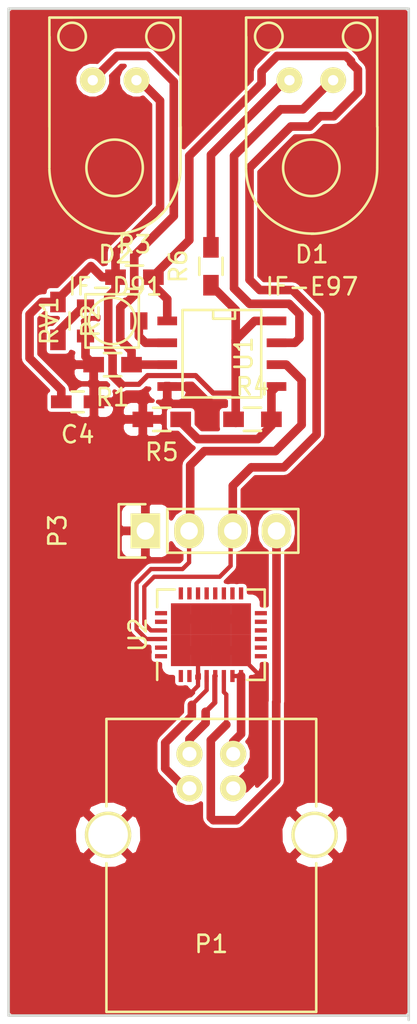
<source format=kicad_pcb>
(kicad_pcb (version 4) (host pcbnew 4.0.2-stable)

  (general
    (links 42)
    (no_connects 2)
    (area 83.5 70.25 107.750001 129.750001)
    (thickness 1.6)
    (drawings 5)
    (tracks 183)
    (zones 0)
    (modules 14)
    (nets 34)
  )

  (page A4)
  (layers
    (0 F.Cu signal)
    (31 B.Cu signal)
    (32 B.Adhes user)
    (33 F.Adhes user)
    (34 B.Paste user)
    (35 F.Paste user)
    (36 B.SilkS user)
    (37 F.SilkS user)
    (38 B.Mask user)
    (39 F.Mask user)
    (40 Dwgs.User user)
    (41 Cmts.User user)
    (42 Eco1.User user)
    (43 Eco2.User user)
    (44 Edge.Cuts user)
    (45 Margin user)
    (46 B.CrtYd user)
    (47 F.CrtYd user)
    (48 B.Fab user)
    (49 F.Fab user)
  )

  (setup
    (last_trace_width 0.5)
    (user_trace_width 0.3)
    (user_trace_width 0.5)
    (trace_clearance 0.2)
    (zone_clearance 0)
    (zone_45_only no)
    (trace_min 0.2)
    (segment_width 0.2)
    (edge_width 0.15)
    (via_size 0.6)
    (via_drill 0.4)
    (via_min_size 0.4)
    (via_min_drill 0.3)
    (uvia_size 0.3)
    (uvia_drill 0.1)
    (uvias_allowed no)
    (uvia_min_size 0.2)
    (uvia_min_drill 0.1)
    (pcb_text_width 0.3)
    (pcb_text_size 1.5 1.5)
    (mod_edge_width 0.15)
    (mod_text_size 1 1)
    (mod_text_width 0.15)
    (pad_size 1.5 1.5)
    (pad_drill 0.6)
    (pad_to_mask_clearance 0.2)
    (aux_axis_origin 0 0)
    (visible_elements 7FFFFFFF)
    (pcbplotparams
      (layerselection 0x00030_80000001)
      (usegerberextensions false)
      (excludeedgelayer true)
      (linewidth 0.100000)
      (plotframeref false)
      (viasonmask false)
      (mode 1)
      (useauxorigin false)
      (hpglpennumber 1)
      (hpglpenspeed 20)
      (hpglpendiameter 15)
      (hpglpenoverlay 2)
      (psnegative false)
      (psa4output false)
      (plotreference true)
      (plotvalue true)
      (plotinvisibletext false)
      (padsonsilk false)
      (subtractmaskfromsilk false)
      (outputformat 1)
      (mirror false)
      (drillshape 1)
      (scaleselection 1)
      (outputdirectory ""))
  )

  (net 0 "")
  (net 1 /GND)
  (net 2 /VCC)
  (net 3 "Net-(D1-Pad1)")
  (net 4 "Net-(D1-Pad2)")
  (net 5 "Net-(D2-Pad1)")
  (net 6 /RX)
  (net 7 /TX)
  (net 8 "Net-(R2-Pad2)")
  (net 9 "Net-(R4-Pad2)")
  (net 10 "Net-(RV1-Pad2)")
  (net 11 /D-)
  (net 12 /D+)
  (net 13 /RST)
  (net 14 /SUSP1)
  (net 15 /DCD)
  (net 16 /RI)
  (net 17 /SUSP2)
  (net 18 /CTS)
  (net 19 /RTS)
  (net 20 /DSR)
  (net 21 /DTR)
  (net 22 /Vdd)
  (net 23 "Net-(U2-Pad10)")
  (net 24 "Net-(U2-Pad13)")
  (net 25 "Net-(U2-Pad14)")
  (net 26 "Net-(U2-Pad15)")
  (net 27 "Net-(U2-Pad16)")
  (net 28 "Net-(U2-Pad17)")
  (net 29 "Net-(U2-Pad18)")
  (net 30 "Net-(U2-Pad19)")
  (net 31 "Net-(U2-Pad20)")
  (net 32 "Net-(U2-Pad21)")
  (net 33 "Net-(U2-Pad22)")

  (net_class Default "This is the default net class."
    (clearance 0.2)
    (trace_width 0.25)
    (via_dia 0.6)
    (via_drill 0.4)
    (uvia_dia 0.3)
    (uvia_drill 0.1)
    (add_net /CTS)
    (add_net /D+)
    (add_net /D-)
    (add_net /DCD)
    (add_net /DSR)
    (add_net /DTR)
    (add_net /GND)
    (add_net /RI)
    (add_net /RST)
    (add_net /RTS)
    (add_net /RX)
    (add_net /SUSP1)
    (add_net /SUSP2)
    (add_net /TX)
    (add_net /VCC)
    (add_net /Vdd)
    (add_net "Net-(D1-Pad1)")
    (add_net "Net-(D1-Pad2)")
    (add_net "Net-(D2-Pad1)")
    (add_net "Net-(R2-Pad2)")
    (add_net "Net-(R4-Pad2)")
    (add_net "Net-(RV1-Pad2)")
    (add_net "Net-(U2-Pad10)")
    (add_net "Net-(U2-Pad13)")
    (add_net "Net-(U2-Pad14)")
    (add_net "Net-(U2-Pad15)")
    (add_net "Net-(U2-Pad16)")
    (add_net "Net-(U2-Pad17)")
    (add_net "Net-(U2-Pad18)")
    (add_net "Net-(U2-Pad19)")
    (add_net "Net-(U2-Pad20)")
    (add_net "Net-(U2-Pad21)")
    (add_net "Net-(U2-Pad22)")
  )

  (net_class Test ""
    (clearance 0.3)
    (trace_width 0.5)
    (via_dia 0.6)
    (via_drill 0.4)
    (uvia_dia 0.3)
    (uvia_drill 0.1)
  )

  (module Capacitors_SMD:C_0603_HandSoldering (layer F.Cu) (tedit 541A9B4D) (tstamp 570519D7)
    (at 88.011 93.59392 180)
    (descr "Capacitor SMD 0603, hand soldering")
    (tags "capacitor 0603")
    (path /5705332F)
    (attr smd)
    (fp_text reference C4 (at 0 -1.9 180) (layer F.SilkS)
      (effects (font (size 1 1) (thickness 0.15)))
    )
    (fp_text value C (at 0 1.9 180) (layer F.Fab)
      (effects (font (size 1 1) (thickness 0.15)))
    )
    (fp_line (start -1.85 -0.75) (end 1.85 -0.75) (layer F.CrtYd) (width 0.05))
    (fp_line (start -1.85 0.75) (end 1.85 0.75) (layer F.CrtYd) (width 0.05))
    (fp_line (start -1.85 -0.75) (end -1.85 0.75) (layer F.CrtYd) (width 0.05))
    (fp_line (start 1.85 -0.75) (end 1.85 0.75) (layer F.CrtYd) (width 0.05))
    (fp_line (start -0.35 -0.6) (end 0.35 -0.6) (layer F.SilkS) (width 0.15))
    (fp_line (start 0.35 0.6) (end -0.35 0.6) (layer F.SilkS) (width 0.15))
    (pad 1 smd rect (at -0.95 0 180) (size 1.2 0.75) (layers F.Cu F.Paste F.Mask)
      (net 1 /GND))
    (pad 2 smd rect (at 0.95 0 180) (size 1.2 0.75) (layers F.Cu F.Paste F.Mask)
      (net 2 /VCC))
    (model Capacitors_SMD.3dshapes/C_0603_HandSoldering.wrl
      (at (xyz 0 0 0))
      (scale (xyz 1 1 1))
      (rotate (xyz 0 0 0))
    )
  )

  (module hw:IF-E97 (layer F.Cu) (tedit 57051B85) (tstamp 570519E9)
    (at 101.6 80.01)
    (path /57029DC9)
    (fp_text reference D1 (at 0.02 5.02) (layer F.SilkS)
      (effects (font (size 1 1) (thickness 0.15)))
    )
    (fp_text value IF-E97 (at 0.03 6.89) (layer F.SilkS)
      (effects (font (size 1 1) (thickness 0.15)))
    )
    (fp_arc (start 0.03 -0.02) (end 0.12 3.81) (angle 90) (layer F.SilkS) (width 0.15))
    (fp_arc (start -0.01 -0.01) (end 3.82 -0.01) (angle 90) (layer F.SilkS) (width 0.15))
    (fp_line (start 3.83 -2.4) (end 3.82 -0.02) (layer F.SilkS) (width 0.15))
    (fp_circle (center -0.01 -0.01) (end 0 1.63) (layer F.SilkS) (width 0.15))
    (fp_line (start -3.79 -7.63) (end -3.8 -0.01) (layer F.SilkS) (width 0.15))
    (fp_line (start -3.79 -8.74) (end -2.46 -8.74) (layer F.SilkS) (width 0.15))
    (fp_circle (center 2.63 -7.64) (end 2.63 -6.84) (layer F.SilkS) (width 0.15))
    (fp_circle (center -2.48 -7.64) (end -2.49 -6.84) (layer F.SilkS) (width 0.15))
    (fp_line (start 3.82 -2.39) (end 3.82 -8.74) (layer F.SilkS) (width 0.15))
    (fp_line (start -3.8 -2.39) (end -3.8 -8.74) (layer F.SilkS) (width 0.15))
    (fp_line (start -3.8 -8.74) (end 3.82 -8.74) (layer F.SilkS) (width 0.15))
    (pad 1 thru_hole circle (at -1.28 -5.1) (size 1.5 1.5) (drill 0.6) (layers *.Mask F.Cu F.SilkS)
      (net 3 "Net-(D1-Pad1)"))
    (pad 2 thru_hole circle (at 1.26 -5.1) (size 1.5 1.5) (drill 0.6) (layers *.Mask F.Cu F.SilkS)
      (net 4 "Net-(D1-Pad2)"))
  )

  (module hw:IF-D91 (layer F.Cu) (tedit 57051B7E) (tstamp 570519EF)
    (at 90.17 80.01)
    (path /57029E87)
    (fp_text reference D2 (at 0.02 5.02) (layer F.SilkS)
      (effects (font (size 1 1) (thickness 0.15)))
    )
    (fp_text value IF-D91 (at 0.03 6.89) (layer F.SilkS)
      (effects (font (size 1 1) (thickness 0.15)))
    )
    (fp_arc (start 0.03 -0.02) (end 0.12 3.81) (angle 90) (layer F.SilkS) (width 0.15))
    (fp_arc (start -0.01 -0.01) (end 3.82 -0.01) (angle 90) (layer F.SilkS) (width 0.15))
    (fp_line (start 3.83 -2.4) (end 3.82 -0.02) (layer F.SilkS) (width 0.15))
    (fp_circle (center -0.01 -0.01) (end 0 1.63) (layer F.SilkS) (width 0.15))
    (fp_line (start -3.79 -7.63) (end -3.8 -0.01) (layer F.SilkS) (width 0.15))
    (fp_line (start -3.79 -8.74) (end -2.46 -8.74) (layer F.SilkS) (width 0.15))
    (fp_circle (center 2.63 -7.64) (end 2.63 -6.84) (layer F.SilkS) (width 0.15))
    (fp_circle (center -2.48 -7.64) (end -2.49 -6.84) (layer F.SilkS) (width 0.15))
    (fp_line (start 3.82 -2.39) (end 3.82 -8.74) (layer F.SilkS) (width 0.15))
    (fp_line (start -3.8 -2.39) (end -3.8 -8.74) (layer F.SilkS) (width 0.15))
    (fp_line (start -3.8 -8.74) (end 3.82 -8.74) (layer F.SilkS) (width 0.15))
    (pad 1 thru_hole circle (at -1.28 -5.1) (size 1.5 1.5) (drill 0.6) (layers *.Mask F.Cu F.SilkS)
      (net 5 "Net-(D2-Pad1)"))
    (pad 2 thru_hole circle (at 1.26 -5.1) (size 1.5 1.5) (drill 0.6) (layers *.Mask F.Cu F.SilkS)
      (net 2 /VCC))
  )

  (module Resistors_SMD:R_0603_HandSoldering (layer F.Cu) (tedit 5418A00F) (tstamp 57051A36)
    (at 90.043 91.43492 180)
    (descr "Resistor SMD 0603, hand soldering")
    (tags "resistor 0603")
    (path /57025223)
    (attr smd)
    (fp_text reference R1 (at 0 -1.9 180) (layer F.SilkS)
      (effects (font (size 1 1) (thickness 0.15)))
    )
    (fp_text value 100k (at 0 1.9 180) (layer F.Fab)
      (effects (font (size 1 1) (thickness 0.15)))
    )
    (fp_line (start -2 -0.8) (end 2 -0.8) (layer F.CrtYd) (width 0.05))
    (fp_line (start -2 0.8) (end 2 0.8) (layer F.CrtYd) (width 0.05))
    (fp_line (start -2 -0.8) (end -2 0.8) (layer F.CrtYd) (width 0.05))
    (fp_line (start 2 -0.8) (end 2 0.8) (layer F.CrtYd) (width 0.05))
    (fp_line (start 0.5 0.675) (end -0.5 0.675) (layer F.SilkS) (width 0.15))
    (fp_line (start -0.5 -0.675) (end 0.5 -0.675) (layer F.SilkS) (width 0.15))
    (pad 1 smd rect (at -1.1 0 180) (size 1.2 0.9) (layers F.Cu F.Paste F.Mask)
      (net 5 "Net-(D2-Pad1)"))
    (pad 2 smd rect (at 1.1 0 180) (size 1.2 0.9) (layers F.Cu F.Paste F.Mask)
      (net 1 /GND))
    (model Resistors_SMD.3dshapes/R_0603_HandSoldering.wrl
      (at (xyz 0 0 0))
      (scale (xyz 1 1 1))
      (rotate (xyz 0 0 0))
    )
  )

  (module Resistors_SMD:R_0603_HandSoldering (layer F.Cu) (tedit 5418A00F) (tstamp 57051A3C)
    (at 86.868 88.89492 270)
    (descr "Resistor SMD 0603, hand soldering")
    (tags "resistor 0603")
    (path /57025332)
    (attr smd)
    (fp_text reference R2 (at 0 -1.9 270) (layer F.SilkS)
      (effects (font (size 1 1) (thickness 0.15)))
    )
    (fp_text value 47k (at 0 1.9 270) (layer F.Fab)
      (effects (font (size 1 1) (thickness 0.15)))
    )
    (fp_line (start -2 -0.8) (end 2 -0.8) (layer F.CrtYd) (width 0.05))
    (fp_line (start -2 0.8) (end 2 0.8) (layer F.CrtYd) (width 0.05))
    (fp_line (start -2 -0.8) (end -2 0.8) (layer F.CrtYd) (width 0.05))
    (fp_line (start 2 -0.8) (end 2 0.8) (layer F.CrtYd) (width 0.05))
    (fp_line (start 0.5 0.675) (end -0.5 0.675) (layer F.SilkS) (width 0.15))
    (fp_line (start -0.5 -0.675) (end 0.5 -0.675) (layer F.SilkS) (width 0.15))
    (pad 1 smd rect (at -1.1 0 270) (size 1.2 0.9) (layers F.Cu F.Paste F.Mask)
      (net 2 /VCC))
    (pad 2 smd rect (at 1.1 0 270) (size 1.2 0.9) (layers F.Cu F.Paste F.Mask)
      (net 8 "Net-(R2-Pad2)"))
    (model Resistors_SMD.3dshapes/R_0603_HandSoldering.wrl
      (at (xyz 0 0 0))
      (scale (xyz 1 1 1))
      (rotate (xyz 0 0 0))
    )
  )

  (module Resistors_SMD:R_0603_HandSoldering (layer F.Cu) (tedit 5418A00F) (tstamp 57051A42)
    (at 91.313 86.35492)
    (descr "Resistor SMD 0603, hand soldering")
    (tags "resistor 0603")
    (path /5702575B)
    (attr smd)
    (fp_text reference R3 (at 0 -1.9) (layer F.SilkS)
      (effects (font (size 1 1) (thickness 0.15)))
    )
    (fp_text value 1k (at 0 1.9) (layer F.Fab)
      (effects (font (size 1 1) (thickness 0.15)))
    )
    (fp_line (start -2 -0.8) (end 2 -0.8) (layer F.CrtYd) (width 0.05))
    (fp_line (start -2 0.8) (end 2 0.8) (layer F.CrtYd) (width 0.05))
    (fp_line (start -2 -0.8) (end -2 0.8) (layer F.CrtYd) (width 0.05))
    (fp_line (start 2 -0.8) (end 2 0.8) (layer F.CrtYd) (width 0.05))
    (fp_line (start 0.5 0.675) (end -0.5 0.675) (layer F.SilkS) (width 0.15))
    (fp_line (start -0.5 -0.675) (end 0.5 -0.675) (layer F.SilkS) (width 0.15))
    (pad 1 smd rect (at -1.1 0) (size 1.2 0.9) (layers F.Cu F.Paste F.Mask)
      (net 2 /VCC))
    (pad 2 smd rect (at 1.1 0) (size 1.2 0.9) (layers F.Cu F.Paste F.Mask)
      (net 6 /RX))
    (model Resistors_SMD.3dshapes/R_0603_HandSoldering.wrl
      (at (xyz 0 0 0))
      (scale (xyz 1 1 1))
      (rotate (xyz 0 0 0))
    )
  )

  (module Resistors_SMD:R_0603_HandSoldering (layer F.Cu) (tedit 5418A00F) (tstamp 57051A48)
    (at 98.171 94.60992)
    (descr "Resistor SMD 0603, hand soldering")
    (tags "resistor 0603")
    (path /57025951)
    (attr smd)
    (fp_text reference R4 (at 0 -1.9) (layer F.SilkS)
      (effects (font (size 1 1) (thickness 0.15)))
    )
    (fp_text value 4k7 (at 0 1.9) (layer F.Fab)
      (effects (font (size 1 1) (thickness 0.15)))
    )
    (fp_line (start -2 -0.8) (end 2 -0.8) (layer F.CrtYd) (width 0.05))
    (fp_line (start -2 0.8) (end 2 0.8) (layer F.CrtYd) (width 0.05))
    (fp_line (start -2 -0.8) (end -2 0.8) (layer F.CrtYd) (width 0.05))
    (fp_line (start 2 -0.8) (end 2 0.8) (layer F.CrtYd) (width 0.05))
    (fp_line (start 0.5 0.675) (end -0.5 0.675) (layer F.SilkS) (width 0.15))
    (fp_line (start -0.5 -0.675) (end 0.5 -0.675) (layer F.SilkS) (width 0.15))
    (pad 1 smd rect (at -1.1 0) (size 1.2 0.9) (layers F.Cu F.Paste F.Mask)
      (net 2 /VCC))
    (pad 2 smd rect (at 1.1 0) (size 1.2 0.9) (layers F.Cu F.Paste F.Mask)
      (net 9 "Net-(R4-Pad2)"))
    (model Resistors_SMD.3dshapes/R_0603_HandSoldering.wrl
      (at (xyz 0 0 0))
      (scale (xyz 1 1 1))
      (rotate (xyz 0 0 0))
    )
  )

  (module Resistors_SMD:R_0603_HandSoldering (layer F.Cu) (tedit 5418A00F) (tstamp 57051A54)
    (at 95.758 85.71992 90)
    (descr "Resistor SMD 0603, hand soldering")
    (tags "resistor 0603")
    (path /57025B06)
    (attr smd)
    (fp_text reference R6 (at 0 -1.9 90) (layer F.SilkS)
      (effects (font (size 1 1) (thickness 0.15)))
    )
    (fp_text value 100 (at 0 1.9 90) (layer F.Fab)
      (effects (font (size 1 1) (thickness 0.15)))
    )
    (fp_line (start -2 -0.8) (end 2 -0.8) (layer F.CrtYd) (width 0.05))
    (fp_line (start -2 0.8) (end 2 0.8) (layer F.CrtYd) (width 0.05))
    (fp_line (start -2 -0.8) (end -2 0.8) (layer F.CrtYd) (width 0.05))
    (fp_line (start 2 -0.8) (end 2 0.8) (layer F.CrtYd) (width 0.05))
    (fp_line (start 0.5 0.675) (end -0.5 0.675) (layer F.SilkS) (width 0.15))
    (fp_line (start -0.5 -0.675) (end 0.5 -0.675) (layer F.SilkS) (width 0.15))
    (pad 1 smd rect (at -1.1 0 90) (size 1.2 0.9) (layers F.Cu F.Paste F.Mask)
      (net 2 /VCC))
    (pad 2 smd rect (at 1.1 0 90) (size 1.2 0.9) (layers F.Cu F.Paste F.Mask)
      (net 3 "Net-(D1-Pad1)"))
    (model Resistors_SMD.3dshapes/R_0603_HandSoldering.wrl
      (at (xyz 0 0 0))
      (scale (xyz 1 1 1))
      (rotate (xyz 0 0 0))
    )
  )

  (module hw:smd_murrata_trimmer_pvz3a (layer F.Cu) (tedit 570268B8) (tstamp 57051A6D)
    (at 86.868 88.89492 270)
    (path /570253FB)
    (fp_text reference RV1 (at 0 0.5 270) (layer F.SilkS)
      (effects (font (size 1 1) (thickness 0.15)))
    )
    (fp_text value 10k (at 0 -0.5 270) (layer F.Fab)
      (effects (font (size 1 1) (thickness 0.15)))
    )
    (fp_circle (center 0 -3.15) (end -0.05 -1.8) (layer F.SilkS) (width 0.15))
    (fp_line (start -1.55 -1.6) (end 1.55 -1.6) (layer F.SilkS) (width 0.15))
    (fp_line (start 1.55 -1.6) (end 1.55 -4.7) (layer F.SilkS) (width 0.15))
    (fp_line (start 1.55 -4.7) (end -1.55 -4.7) (layer F.SilkS) (width 0.15))
    (fp_line (start -1.55 -4.7) (end -1.55 -1.6) (layer F.SilkS) (width 0.15))
    (pad 1 smd rect (at -0.875 -1.6 270) (size 0.75 1) (layers F.Cu F.Paste F.Mask)
      (net 8 "Net-(R2-Pad2)"))
    (pad 3 smd rect (at 0.875 -1.6 270) (size 0.75 1) (layers F.Cu F.Paste F.Mask)
      (net 1 /GND))
    (pad 2 smd rect (at 0 -4.7 270) (size 1 1) (layers F.Cu F.Paste F.Mask)
      (net 10 "Net-(RV1-Pad2)"))
  )

  (module SMD_Packages:SOIC-8-N (layer F.Cu) (tedit 0) (tstamp 57051A79)
    (at 96.393 90.79992 270)
    (descr "Module Narrow CMS SOJ 8 pins large")
    (tags "CMS SOJ")
    (path /57025466)
    (attr smd)
    (fp_text reference U1 (at 0 -1.27 270) (layer F.SilkS)
      (effects (font (size 1 1) (thickness 0.15)))
    )
    (fp_text value LM393 (at 0 1.27 270) (layer F.Fab)
      (effects (font (size 1 1) (thickness 0.15)))
    )
    (fp_line (start -2.54 -2.286) (end 2.54 -2.286) (layer F.SilkS) (width 0.15))
    (fp_line (start 2.54 -2.286) (end 2.54 2.286) (layer F.SilkS) (width 0.15))
    (fp_line (start 2.54 2.286) (end -2.54 2.286) (layer F.SilkS) (width 0.15))
    (fp_line (start -2.54 2.286) (end -2.54 -2.286) (layer F.SilkS) (width 0.15))
    (fp_line (start -2.54 -0.762) (end -2.032 -0.762) (layer F.SilkS) (width 0.15))
    (fp_line (start -2.032 -0.762) (end -2.032 0.508) (layer F.SilkS) (width 0.15))
    (fp_line (start -2.032 0.508) (end -2.54 0.508) (layer F.SilkS) (width 0.15))
    (pad 8 smd rect (at -1.905 -3.175 270) (size 0.508 1.143) (layers F.Cu F.Paste F.Mask)
      (net 2 /VCC))
    (pad 7 smd rect (at -0.635 -3.175 270) (size 0.508 1.143) (layers F.Cu F.Paste F.Mask)
      (net 4 "Net-(D1-Pad2)"))
    (pad 6 smd rect (at 0.635 -3.175 270) (size 0.508 1.143) (layers F.Cu F.Paste F.Mask)
      (net 7 /TX))
    (pad 5 smd rect (at 1.905 -3.175 270) (size 0.508 1.143) (layers F.Cu F.Paste F.Mask)
      (net 9 "Net-(R4-Pad2)"))
    (pad 4 smd rect (at 1.905 3.175 270) (size 0.508 1.143) (layers F.Cu F.Paste F.Mask)
      (net 1 /GND))
    (pad 3 smd rect (at 0.635 3.175 270) (size 0.508 1.143) (layers F.Cu F.Paste F.Mask)
      (net 5 "Net-(D2-Pad1)"))
    (pad 2 smd rect (at -0.635 3.175 270) (size 0.508 1.143) (layers F.Cu F.Paste F.Mask)
      (net 10 "Net-(RV1-Pad2)"))
    (pad 1 smd rect (at -1.905 3.175 270) (size 0.508 1.143) (layers F.Cu F.Paste F.Mask)
      (net 6 /RX))
    (model SMD_Packages.3dshapes/SOIC-8-N.wrl
      (at (xyz 0 0 0))
      (scale (xyz 0.5 0.38 0.5))
      (rotate (xyz 0 0 0))
    )
  )

  (module Resistors_SMD:R_0603_HandSoldering (layer F.Cu) (tedit 5418A00F) (tstamp 570575D7)
    (at 92.9005 94.615 180)
    (descr "Resistor SMD 0603, hand soldering")
    (tags "resistor 0603")
    (path /570259EE)
    (attr smd)
    (fp_text reference R5 (at 0 -1.9 180) (layer F.SilkS)
      (effects (font (size 1 1) (thickness 0.15)))
    )
    (fp_text value 4k7 (at 0 1.9 180) (layer F.Fab)
      (effects (font (size 1 1) (thickness 0.15)))
    )
    (fp_line (start -2 -0.8) (end 2 -0.8) (layer F.CrtYd) (width 0.05))
    (fp_line (start -2 0.8) (end 2 0.8) (layer F.CrtYd) (width 0.05))
    (fp_line (start -2 -0.8) (end -2 0.8) (layer F.CrtYd) (width 0.05))
    (fp_line (start 2 -0.8) (end 2 0.8) (layer F.CrtYd) (width 0.05))
    (fp_line (start 0.5 0.675) (end -0.5 0.675) (layer F.SilkS) (width 0.15))
    (fp_line (start -0.5 -0.675) (end 0.5 -0.675) (layer F.SilkS) (width 0.15))
    (pad 1 smd rect (at -1.1 0 180) (size 1.2 0.9) (layers F.Cu F.Paste F.Mask)
      (net 9 "Net-(R4-Pad2)"))
    (pad 2 smd rect (at 1.1 0 180) (size 1.2 0.9) (layers F.Cu F.Paste F.Mask)
      (net 1 /GND))
    (model Resistors_SMD.3dshapes/R_0603_HandSoldering.wrl
      (at (xyz 0 0 0))
      (scale (xyz 1 1 1))
      (rotate (xyz 0 0 0))
    )
  )

  (module Housings_DFN_QFN:QFN-28-1EP_5x6mm_Pitch0.5mm (layer F.Cu) (tedit 54130A77) (tstamp 570575FF)
    (at 95.758 107.1245 90)
    (descr "UHE Package; 28-Lead Plastic QFN (5mm x 6mm); (see Linear Technology 05081932_0_UHE28.pdf)")
    (tags "QFN 0.5")
    (path /57057D88)
    (attr smd)
    (fp_text reference U2 (at 0 -4.25 90) (layer F.SilkS)
      (effects (font (size 1 1) (thickness 0.15)))
    )
    (fp_text value CP2102 (at 0 4.25 90) (layer F.Fab)
      (effects (font (size 1 1) (thickness 0.15)))
    )
    (fp_line (start -3 -3.5) (end -3 3.5) (layer F.CrtYd) (width 0.05))
    (fp_line (start 3 -3.5) (end 3 3.5) (layer F.CrtYd) (width 0.05))
    (fp_line (start -3 -3.5) (end 3 -3.5) (layer F.CrtYd) (width 0.05))
    (fp_line (start -3 3.5) (end 3 3.5) (layer F.CrtYd) (width 0.05))
    (fp_line (start 2.625 -3.125) (end 2.625 -2.1) (layer F.SilkS) (width 0.15))
    (fp_line (start -2.625 3.125) (end -2.625 2.1) (layer F.SilkS) (width 0.15))
    (fp_line (start 2.625 3.125) (end 2.625 2.1) (layer F.SilkS) (width 0.15))
    (fp_line (start -2.625 -3.125) (end -1.6 -3.125) (layer F.SilkS) (width 0.15))
    (fp_line (start -2.625 3.125) (end -1.6 3.125) (layer F.SilkS) (width 0.15))
    (fp_line (start 2.625 3.125) (end 1.6 3.125) (layer F.SilkS) (width 0.15))
    (fp_line (start 2.625 -3.125) (end 1.6 -3.125) (layer F.SilkS) (width 0.15))
    (pad 1 smd rect (at -2.4 -1.75 90) (size 0.7 0.25) (layers F.Cu F.Paste F.Mask)
      (net 15 /DCD))
    (pad 2 smd rect (at -2.4 -1.25 90) (size 0.7 0.25) (layers F.Cu F.Paste F.Mask)
      (net 16 /RI))
    (pad 3 smd rect (at -2.4 -0.75 90) (size 0.7 0.25) (layers F.Cu F.Paste F.Mask)
      (net 1 /GND))
    (pad 4 smd rect (at -2.4 -0.25 90) (size 0.7 0.25) (layers F.Cu F.Paste F.Mask)
      (net 12 /D+))
    (pad 5 smd rect (at -2.4 0.25 90) (size 0.7 0.25) (layers F.Cu F.Paste F.Mask)
      (net 11 /D-))
    (pad 6 smd rect (at -2.4 0.75 90) (size 0.7 0.25) (layers F.Cu F.Paste F.Mask)
      (net 22 /Vdd))
    (pad 7 smd rect (at -2.4 1.25 90) (size 0.7 0.25) (layers F.Cu F.Paste F.Mask)
      (net 2 /VCC))
    (pad 8 smd rect (at -2.4 1.75 90) (size 0.7 0.25) (layers F.Cu F.Paste F.Mask)
      (net 2 /VCC))
    (pad 9 smd rect (at -1.25 2.9 180) (size 0.7 0.25) (layers F.Cu F.Paste F.Mask)
      (net 13 /RST))
    (pad 10 smd rect (at -0.75 2.9 180) (size 0.7 0.25) (layers F.Cu F.Paste F.Mask)
      (net 23 "Net-(U2-Pad10)"))
    (pad 11 smd rect (at -0.25 2.9 180) (size 0.7 0.25) (layers F.Cu F.Paste F.Mask)
      (net 17 /SUSP2))
    (pad 12 smd rect (at 0.25 2.9 180) (size 0.7 0.25) (layers F.Cu F.Paste F.Mask)
      (net 14 /SUSP1))
    (pad 13 smd rect (at 0.75 2.9 180) (size 0.7 0.25) (layers F.Cu F.Paste F.Mask)
      (net 24 "Net-(U2-Pad13)"))
    (pad 14 smd rect (at 1.25 2.9 180) (size 0.7 0.25) (layers F.Cu F.Paste F.Mask)
      (net 25 "Net-(U2-Pad14)"))
    (pad 15 smd rect (at 2.4 1.75 90) (size 0.7 0.25) (layers F.Cu F.Paste F.Mask)
      (net 26 "Net-(U2-Pad15)"))
    (pad 16 smd rect (at 2.4 1.25 90) (size 0.7 0.25) (layers F.Cu F.Paste F.Mask)
      (net 27 "Net-(U2-Pad16)"))
    (pad 17 smd rect (at 2.4 0.75 90) (size 0.7 0.25) (layers F.Cu F.Paste F.Mask)
      (net 28 "Net-(U2-Pad17)"))
    (pad 18 smd rect (at 2.4 0.25 90) (size 0.7 0.25) (layers F.Cu F.Paste F.Mask)
      (net 29 "Net-(U2-Pad18)"))
    (pad 19 smd rect (at 2.4 -0.25 90) (size 0.7 0.25) (layers F.Cu F.Paste F.Mask)
      (net 30 "Net-(U2-Pad19)"))
    (pad 20 smd rect (at 2.4 -0.75 90) (size 0.7 0.25) (layers F.Cu F.Paste F.Mask)
      (net 31 "Net-(U2-Pad20)"))
    (pad 21 smd rect (at 2.4 -1.25 90) (size 0.7 0.25) (layers F.Cu F.Paste F.Mask)
      (net 32 "Net-(U2-Pad21)"))
    (pad 22 smd rect (at 2.4 -1.75 90) (size 0.7 0.25) (layers F.Cu F.Paste F.Mask)
      (net 33 "Net-(U2-Pad22)"))
    (pad 23 smd rect (at 1.25 -2.9 180) (size 0.7 0.25) (layers F.Cu F.Paste F.Mask)
      (net 18 /CTS))
    (pad 24 smd rect (at 0.75 -2.9 180) (size 0.7 0.25) (layers F.Cu F.Paste F.Mask)
      (net 19 /RTS))
    (pad 25 smd rect (at 0.25 -2.9 180) (size 0.7 0.25) (layers F.Cu F.Paste F.Mask)
      (net 6 /RX))
    (pad 26 smd rect (at -0.25 -2.9 180) (size 0.7 0.25) (layers F.Cu F.Paste F.Mask)
      (net 7 /TX))
    (pad 27 smd rect (at -0.75 -2.9 180) (size 0.7 0.25) (layers F.Cu F.Paste F.Mask)
      (net 20 /DSR))
    (pad 28 smd rect (at -1.25 -2.9 180) (size 0.7 0.25) (layers F.Cu F.Paste F.Mask)
      (net 21 /DTR))
    (pad 29 smd rect (at 0.9125 1.74375 90) (size 1.825 1.1625) (layers F.Cu F.Paste F.Mask)
      (net 1 /GND) (solder_paste_margin_ratio -0.2))
    (pad 29 smd rect (at 0.9125 0.58125 90) (size 1.825 1.1625) (layers F.Cu F.Paste F.Mask)
      (net 1 /GND) (solder_paste_margin_ratio -0.2))
    (pad 29 smd rect (at 0.9125 -0.58125 90) (size 1.825 1.1625) (layers F.Cu F.Paste F.Mask)
      (net 1 /GND) (solder_paste_margin_ratio -0.2))
    (pad 29 smd rect (at 0.9125 -1.74375 90) (size 1.825 1.1625) (layers F.Cu F.Paste F.Mask)
      (net 1 /GND) (solder_paste_margin_ratio -0.2))
    (pad 29 smd rect (at -0.9125 1.74375 90) (size 1.825 1.1625) (layers F.Cu F.Paste F.Mask)
      (net 1 /GND) (solder_paste_margin_ratio -0.2))
    (pad 29 smd rect (at -0.9125 0.58125 90) (size 1.825 1.1625) (layers F.Cu F.Paste F.Mask)
      (net 1 /GND) (solder_paste_margin_ratio -0.2))
    (pad 29 smd rect (at -0.9125 -0.58125 90) (size 1.825 1.1625) (layers F.Cu F.Paste F.Mask)
      (net 1 /GND) (solder_paste_margin_ratio -0.2))
    (pad 29 smd rect (at -0.9125 -1.74375 90) (size 1.825 1.1625) (layers F.Cu F.Paste F.Mask)
      (net 1 /GND) (solder_paste_margin_ratio -0.2))
    (model Housings_DFN_QFN.3dshapes/QFN-28-1EP_5x6mm_Pitch0.5mm.wrl
      (at (xyz 0 0 0))
      (scale (xyz 1 1 1))
      (rotate (xyz 0 0 0))
    )
  )

  (module Pin_Headers:Pin_Header_Straight_1x04 (layer F.Cu) (tedit 0) (tstamp 57057A50)
    (at 91.948 101.092 90)
    (descr "Through hole pin header")
    (tags "pin header")
    (path /5705B4BA)
    (fp_text reference P3 (at 0 -5.1 90) (layer F.SilkS)
      (effects (font (size 1 1) (thickness 0.15)))
    )
    (fp_text value CONN_01X04 (at 0 -3.1 90) (layer F.Fab)
      (effects (font (size 1 1) (thickness 0.15)))
    )
    (fp_line (start -1.75 -1.75) (end -1.75 9.4) (layer F.CrtYd) (width 0.05))
    (fp_line (start 1.75 -1.75) (end 1.75 9.4) (layer F.CrtYd) (width 0.05))
    (fp_line (start -1.75 -1.75) (end 1.75 -1.75) (layer F.CrtYd) (width 0.05))
    (fp_line (start -1.75 9.4) (end 1.75 9.4) (layer F.CrtYd) (width 0.05))
    (fp_line (start -1.27 1.27) (end -1.27 8.89) (layer F.SilkS) (width 0.15))
    (fp_line (start 1.27 1.27) (end 1.27 8.89) (layer F.SilkS) (width 0.15))
    (fp_line (start 1.55 -1.55) (end 1.55 0) (layer F.SilkS) (width 0.15))
    (fp_line (start -1.27 8.89) (end 1.27 8.89) (layer F.SilkS) (width 0.15))
    (fp_line (start 1.27 1.27) (end -1.27 1.27) (layer F.SilkS) (width 0.15))
    (fp_line (start -1.55 0) (end -1.55 -1.55) (layer F.SilkS) (width 0.15))
    (fp_line (start -1.55 -1.55) (end 1.55 -1.55) (layer F.SilkS) (width 0.15))
    (pad 1 thru_hole rect (at 0 0 90) (size 2.032 1.7272) (drill 1.016) (layers *.Cu *.Mask F.SilkS)
      (net 1 /GND))
    (pad 2 thru_hole oval (at 0 2.54 90) (size 2.032 1.7272) (drill 1.016) (layers *.Cu *.Mask F.SilkS)
      (net 7 /TX))
    (pad 3 thru_hole oval (at 0 5.08 90) (size 2.032 1.7272) (drill 1.016) (layers *.Cu *.Mask F.SilkS)
      (net 6 /RX))
    (pad 4 thru_hole oval (at 0 7.62 90) (size 2.032 1.7272) (drill 1.016) (layers *.Cu *.Mask F.SilkS)
      (net 22 /Vdd))
    (model Pin_Headers.3dshapes/Pin_Header_Straight_1x04.wrl
      (at (xyz 0 -0.15 0))
      (scale (xyz 1 1 1))
      (rotate (xyz 0 0 90))
    )
  )

  (module Connect:USB_B (layer F.Cu) (tedit 55B36073) (tstamp 57058231)
    (at 97.05 114.05 270)
    (descr "USB B connector")
    (tags "USB_B USB_DEV")
    (path /5705E8AC)
    (fp_text reference P1 (at 11.049 1.27 360) (layer F.SilkS)
      (effects (font (size 1 1) (thickness 0.15)))
    )
    (fp_text value USB_B (at 4.699 1.27 360) (layer F.Fab)
      (effects (font (size 1 1) (thickness 0.15)))
    )
    (fp_line (start 15.25 8.9) (end -2.3 8.9) (layer F.CrtYd) (width 0.05))
    (fp_line (start -2.3 8.9) (end -2.3 -6.35) (layer F.CrtYd) (width 0.05))
    (fp_line (start -2.3 -6.35) (end 15.25 -6.35) (layer F.CrtYd) (width 0.05))
    (fp_line (start 15.25 -6.35) (end 15.25 8.9) (layer F.CrtYd) (width 0.05))
    (fp_line (start 6.35 7.366) (end 14.986 7.366) (layer F.SilkS) (width 0.15))
    (fp_line (start -2.032 7.366) (end 3.048 7.366) (layer F.SilkS) (width 0.15))
    (fp_line (start 6.35 -4.826) (end 14.986 -4.826) (layer F.SilkS) (width 0.15))
    (fp_line (start -2.032 -4.826) (end 3.048 -4.826) (layer F.SilkS) (width 0.15))
    (fp_line (start 14.986 -4.826) (end 14.986 7.366) (layer F.SilkS) (width 0.15))
    (fp_line (start -2.032 7.366) (end -2.032 -4.826) (layer F.SilkS) (width 0.15))
    (pad 2 thru_hole circle (at 0 2.54 180) (size 1.524 1.524) (drill 0.8128) (layers *.Cu *.Mask F.SilkS)
      (net 11 /D-))
    (pad 1 thru_hole circle (at 0 0 180) (size 1.524 1.524) (drill 0.8128) (layers *.Cu *.Mask F.SilkS)
      (net 2 /VCC))
    (pad 4 thru_hole circle (at 1.99898 0 180) (size 1.524 1.524) (drill 0.8128) (layers *.Cu *.Mask F.SilkS)
      (net 1 /GND))
    (pad 3 thru_hole circle (at 1.99898 2.54 180) (size 1.524 1.524) (drill 0.8128) (layers *.Cu *.Mask F.SilkS)
      (net 12 /D+))
    (pad 5 thru_hole circle (at 4.699 7.26948 180) (size 2.70002 2.70002) (drill 2.30124) (layers *.Cu *.Mask F.SilkS)
      (net 1 /GND))
    (pad 5 thru_hole circle (at 4.699 -4.72948 180) (size 2.70002 2.70002) (drill 2.30124) (layers *.Cu *.Mask F.SilkS)
      (net 1 /GND))
    (model Connect.3dshapes/USB_B.wrl
      (at (xyz 0.185 -0.05 0.001))
      (scale (xyz 0.3937 0.3937 0.3937))
      (rotate (xyz 0 0 -90))
    )
  )

  (gr_line (start 107.25 129.25) (end 107.25 129.5) (angle 90) (layer Edge.Cuts) (width 0.15))
  (gr_line (start 84 129.25) (end 107.25 129.25) (angle 90) (layer Edge.Cuts) (width 0.15))
  (gr_line (start 84 70.75) (end 107.25 70.75) (angle 90) (layer Edge.Cuts) (width 0.15))
  (gr_line (start 107.25 129.25) (end 107.25 70.75) (angle 90) (layer Edge.Cuts) (width 0.15))
  (gr_line (start 84 129.25) (end 84 70.75) (angle 90) (layer Edge.Cuts) (width 0.15))

  (segment (start 97.50175 108.037) (end 97.50175 108.40175) (width 0.25) (layer F.Cu) (net 1) (status C00000))
  (segment (start 97.50175 108.40175) (end 98.55 109.45) (width 0.25) (layer F.Cu) (net 1) (tstamp 570584A8) (status 400000))
  (segment (start 98.55 109.45) (end 98.55 110.55) (width 0.25) (layer F.Cu) (net 1) (tstamp 570584A9))
  (segment (start 98.55 110.55) (end 98.55 113.35) (width 0.5) (layer F.Cu) (net 1) (tstamp 570584AB))
  (segment (start 98.55 113.35) (end 98.55 115.25) (width 0.5) (layer F.Cu) (net 1) (tstamp 570584B3))
  (segment (start 98.55 115.25) (end 97.75102 116.04898) (width 0.5) (layer F.Cu) (net 1) (tstamp 570584B8) (status 800000))
  (segment (start 97.75102 116.04898) (end 97.05 116.04898) (width 0.5) (layer F.Cu) (net 1) (tstamp 570584BA) (status C00000))
  (segment (start 95.008 109.5245) (end 95.008 108.20575) (width 0.25) (layer F.Cu) (net 1) (status C00000))
  (segment (start 95.008 108.20575) (end 95.17675 108.037) (width 0.25) (layer F.Cu) (net 1) (tstamp 570584A5) (status C00000))
  (segment (start 95.008 109.5245) (end 95.008 110.092) (width 0.25) (layer F.Cu) (net 1))
  (segment (start 94.45 110.65) (end 93.4 110.65) (width 0.25) (layer F.Cu) (net 1) (tstamp 570582BF))
  (segment (start 95.008 110.092) (end 94.45 110.65) (width 0.25) (layer F.Cu) (net 1) (tstamp 570582BE))
  (segment (start 88.943 91.43492) (end 88.943 93.57592) (width 0.5) (layer F.Cu) (net 1))
  (segment (start 88.943 93.57592) (end 88.961 93.59392) (width 0.5) (layer F.Cu) (net 1) (tstamp 5705317B))
  (segment (start 88.468 89.76992) (end 88.468 90.95992) (width 0.5) (layer F.Cu) (net 1))
  (segment (start 88.468 90.95992) (end 88.943 91.43492) (width 0.5) (layer F.Cu) (net 1) (tstamp 57053173))
  (segment (start 97.05 114.05) (end 97.05 113.35) (width 0.5) (layer F.Cu) (net 2))
  (segment (start 97.05 113.35) (end 97.508 112.892) (width 0.5) (layer F.Cu) (net 2) (tstamp 57058363))
  (segment (start 97.508 112.892) (end 97.508 109.5245) (width 0.5) (layer F.Cu) (net 2) (tstamp 57058364))
  (segment (start 97.008 114.008) (end 97.05 114.05) (width 0.25) (layer F.Cu) (net 2) (tstamp 57058281))
  (segment (start 90.213 86.35492) (end 90.213 84.887) (width 0.5) (layer F.Cu) (net 2))
  (segment (start 92.8 76.1) (end 91.61 74.91) (width 0.5) (layer F.Cu) (net 2) (tstamp 57057EF9))
  (segment (start 92.8 82.3) (end 92.8 76.1) (width 0.5) (layer F.Cu) (net 2) (tstamp 57057EF7))
  (segment (start 90.213 84.887) (end 92.8 82.3) (width 0.5) (layer F.Cu) (net 2) (tstamp 57057EF6))
  (segment (start 91.61 74.91) (end 91.43 74.91) (width 0.5) (layer F.Cu) (net 2) (tstamp 57057EFB))
  (segment (start 97.008 113.939) (end 96.9645 113.9825) (width 0.25) (layer F.Cu) (net 2) (tstamp 57057C94))
  (segment (start 97.008 109.5245) (end 97.508 109.5245) (width 0.25) (layer F.Cu) (net 2))
  (segment (start 90.213 86.35492) (end 90.213 87.07392) (width 0.5) (layer F.Cu) (net 2))
  (segment (start 95.885 93.08592) (end 97.198 93.08592) (width 0.3) (layer F.Cu) (net 2) (tstamp 570576A5))
  (segment (start 94.869 92.06992) (end 95.885 93.08592) (width 0.3) (layer F.Cu) (net 2) (tstamp 570576A4))
  (segment (start 92.075 92.06992) (end 94.869 92.06992) (width 0.3) (layer F.Cu) (net 2) (tstamp 570576A3))
  (segment (start 91.567 92.57792) (end 92.075 92.06992) (width 0.3) (layer F.Cu) (net 2) (tstamp 570576A2))
  (segment (start 90.551 92.57792) (end 91.567 92.57792) (width 0.3) (layer F.Cu) (net 2) (tstamp 570576A1))
  (segment (start 90.043 92.06992) (end 90.551 92.57792) (width 0.5) (layer F.Cu) (net 2) (tstamp 570576A0))
  (segment (start 90.043 90.79992) (end 90.043 92.06992) (width 0.5) (layer F.Cu) (net 2) (tstamp 5705769F))
  (segment (start 89.789 90.54592) (end 90.043 90.79992) (width 0.5) (layer F.Cu) (net 2) (tstamp 5705769E))
  (segment (start 89.789 87.49792) (end 89.789 90.54592) (width 0.5) (layer F.Cu) (net 2) (tstamp 5705769D))
  (segment (start 90.213 87.07392) (end 89.789 87.49792) (width 0.5) (layer F.Cu) (net 2) (tstamp 5705769C))
  (segment (start 97.198 90.03792) (end 97.198 93.08592) (width 0.5) (layer F.Cu) (net 2))
  (segment (start 97.198 93.08592) (end 97.198 94.48292) (width 0.5) (layer F.Cu) (net 2) (tstamp 570576A8))
  (segment (start 97.198 94.48292) (end 97.071 94.60992) (width 0.5) (layer F.Cu) (net 2) (tstamp 5705767E))
  (segment (start 97.198 94.82092) (end 97.198 94.60992) (width 0.5) (layer F.Cu) (net 2) (tstamp 570531C2))
  (segment (start 87.061 93.59392) (end 87.061 92.89792) (width 0.5) (layer F.Cu) (net 2))
  (segment (start 85.936 87.79492) (end 86.868 87.79492) (width 0.5) (layer F.Cu) (net 2) (tstamp 57053146))
  (segment (start 85.217 88.51392) (end 85.936 87.79492) (width 0.5) (layer F.Cu) (net 2) (tstamp 57053145))
  (segment (start 85.217 91.05392) (end 85.217 88.51392) (width 0.5) (layer F.Cu) (net 2) (tstamp 57053142))
  (segment (start 87.061 92.89792) (end 85.217 91.05392) (width 0.5) (layer F.Cu) (net 2) (tstamp 57053141))
  (segment (start 90.213 86.35492) (end 89.428 86.35492) (width 0.5) (layer F.Cu) (net 2))
  (segment (start 89.428 86.35492) (end 88.783 85.70992) (width 0.5) (layer F.Cu) (net 2) (tstamp 5705216D))
  (segment (start 97.198 90.16492) (end 97.198 90.03792) (width 0.5) (layer F.Cu) (net 2))
  (segment (start 97.198 90.03792) (end 97.198 88.25992) (width 0.5) (layer F.Cu) (net 2) (tstamp 5705767C))
  (segment (start 97.198 88.25992) (end 95.758 86.81992) (width 0.5) (layer F.Cu) (net 2) (tstamp 5705212D))
  (segment (start 97.198 90.16492) (end 97.198 89.99492) (width 0.5) (layer F.Cu) (net 2) (tstamp 5705212B))
  (segment (start 98.298 88.89492) (end 99.568 88.89492) (width 0.5) (layer F.Cu) (net 2) (tstamp 570520C9))
  (segment (start 97.198 89.99492) (end 98.298 88.89492) (width 0.5) (layer F.Cu) (net 2) (tstamp 570520C8))
  (segment (start 88.783 85.70992) (end 86.868 87.62492) (width 0.5) (layer F.Cu) (net 2) (tstamp 57052070))
  (segment (start 86.868 87.62492) (end 86.868 87.79492) (width 0.5) (layer F.Cu) (net 2) (tstamp 57052071))
  (segment (start 95.758 84.61992) (end 95.758 79.242) (width 0.5) (layer F.Cu) (net 3))
  (segment (start 95.758 79.242) (end 100.09 74.91) (width 0.5) (layer F.Cu) (net 3) (tstamp 57057F06))
  (segment (start 100.09 74.91) (end 100.32 74.91) (width 0.5) (layer F.Cu) (net 3) (tstamp 57057F08))
  (segment (start 99.568 90.16492) (end 100.63508 90.16492) (width 0.5) (layer F.Cu) (net 4))
  (segment (start 101.1 76.6) (end 102.79 74.91) (width 0.5) (layer F.Cu) (net 4) (tstamp 570580BC))
  (segment (start 99.8 76.6) (end 101.1 76.6) (width 0.5) (layer F.Cu) (net 4) (tstamp 570580B6))
  (segment (start 97.1 79.3) (end 99.8 76.6) (width 0.5) (layer F.Cu) (net 4) (tstamp 570580B1))
  (segment (start 97.1 87) (end 97.1 79.3) (width 0.5) (layer F.Cu) (net 4) (tstamp 570580B0))
  (segment (start 98 87.9) (end 97.1 87) (width 0.5) (layer F.Cu) (net 4) (tstamp 570580AE))
  (segment (start 100.3 87.9) (end 98 87.9) (width 0.5) (layer F.Cu) (net 4) (tstamp 570580AB))
  (segment (start 100.9 88.5) (end 100.3 87.9) (width 0.5) (layer F.Cu) (net 4) (tstamp 570580AA))
  (segment (start 100.9 89.9) (end 100.9 88.5) (width 0.5) (layer F.Cu) (net 4) (tstamp 570580A9))
  (segment (start 100.63508 90.16492) (end 100.9 89.9) (width 0.5) (layer F.Cu) (net 4) (tstamp 570580A8))
  (segment (start 102.79 74.91) (end 102.86 74.91) (width 0.5) (layer F.Cu) (net 4) (tstamp 570580BE))
  (segment (start 102.86 75.04) (end 102.86 74.91) (width 0.5) (layer F.Cu) (net 4) (tstamp 57058063))
  (segment (start 91.3 85.1) (end 92.5 83.9) (width 0.5) (layer F.Cu) (net 5))
  (segment (start 91.143 90.643) (end 90.489002 89.989002) (width 0.5) (layer F.Cu) (net 5) (tstamp 57057EC7))
  (segment (start 90.489002 89.989002) (end 90.489002 88.1) (width 0.5) (layer F.Cu) (net 5) (tstamp 57057EC8))
  (segment (start 90.489002 88.1) (end 90.8 87.789002) (width 0.5) (layer F.Cu) (net 5) (tstamp 57057ECA))
  (segment (start 90.8 87.789002) (end 90.910998 87.789002) (width 0.5) (layer F.Cu) (net 5) (tstamp 57057ECF))
  (segment (start 90.910998 87.789002) (end 91.3 87.4) (width 0.5) (layer F.Cu) (net 5) (tstamp 57057ED1))
  (segment (start 91.3 87.4) (end 91.3 85.1) (width 0.5) (layer F.Cu) (net 5) (tstamp 57057ED3))
  (segment (start 91.143 91.43492) (end 91.143 90.643) (width 0.5) (layer F.Cu) (net 5))
  (segment (start 90.3 73.5) (end 88.89 74.91) (width 0.5) (layer F.Cu) (net 5) (tstamp 57057EF2))
  (segment (start 92.1 73.5) (end 90.3 73.5) (width 0.5) (layer F.Cu) (net 5) (tstamp 57057EF1))
  (segment (start 93.6 75) (end 92.1 73.5) (width 0.5) (layer F.Cu) (net 5) (tstamp 57057EE8))
  (segment (start 93.6 82.8) (end 93.6 75) (width 0.5) (layer F.Cu) (net 5) (tstamp 57057EE7))
  (segment (start 92.5 83.9) (end 93.6 82.8) (width 0.5) (layer F.Cu) (net 5) (tstamp 57057EDC))
  (segment (start 91.143 91.43492) (end 91.143 91.26492) (width 0.5) (layer F.Cu) (net 5))
  (segment (start 91.143 91.43492) (end 93.218 91.43492) (width 0.5) (layer F.Cu) (net 5))
  (segment (start 103.9 73.8) (end 103.9 73.9) (width 0.5) (layer F.Cu) (net 6))
  (segment (start 94.5 84.2) (end 94.5 79.3) (width 0.5) (layer F.Cu) (net 6) (tstamp 5705806C))
  (segment (start 94.5 79.3) (end 98.7 75.1) (width 0.5) (layer F.Cu) (net 6) (tstamp 5705806E))
  (segment (start 98.7 75.1) (end 98.7 74.4) (width 0.5) (layer F.Cu) (net 6) (tstamp 57058072))
  (segment (start 98.7 74.4) (end 99.6 73.5) (width 0.5) (layer F.Cu) (net 6) (tstamp 57058074))
  (segment (start 99.6 73.5) (end 103.6 73.5) (width 0.5) (layer F.Cu) (net 6) (tstamp 57058076))
  (segment (start 103.6 73.5) (end 103.9 73.8) (width 0.5) (layer F.Cu) (net 6) (tstamp 57058077))
  (segment (start 92.413 86.287) (end 94.5 84.2) (width 0.5) (layer F.Cu) (net 6) (tstamp 5705806B))
  (segment (start 97.028 98.472) (end 97.028 101.092) (width 0.5) (layer F.Cu) (net 6) (tstamp 570580A1))
  (segment (start 98.1 97.4) (end 97.028 98.472) (width 0.5) (layer F.Cu) (net 6) (tstamp 570580A0))
  (segment (start 100 97.4) (end 98.1 97.4) (width 0.5) (layer F.Cu) (net 6) (tstamp 5705809E))
  (segment (start 101.9 95.5) (end 100 97.4) (width 0.5) (layer F.Cu) (net 6) (tstamp 5705809C))
  (segment (start 101.9 88.5) (end 101.9 95.5) (width 0.5) (layer F.Cu) (net 6) (tstamp 5705809A))
  (segment (start 100.5 87.1) (end 101.9 88.5) (width 0.5) (layer F.Cu) (net 6) (tstamp 57058096))
  (segment (start 98.6 87.1) (end 100.5 87.1) (width 0.5) (layer F.Cu) (net 6) (tstamp 57058093))
  (segment (start 98 86.5) (end 98.6 87.1) (width 0.5) (layer F.Cu) (net 6) (tstamp 57058092))
  (segment (start 98 80) (end 98 86.5) (width 0.5) (layer F.Cu) (net 6) (tstamp 5705808D))
  (segment (start 100.4 77.6) (end 98 80) (width 0.5) (layer F.Cu) (net 6) (tstamp 5705808B))
  (segment (start 101.5 77.6) (end 100.4 77.6) (width 0.5) (layer F.Cu) (net 6) (tstamp 5705808A))
  (segment (start 102.1 77) (end 101.5 77.6) (width 0.5) (layer F.Cu) (net 6) (tstamp 57058089))
  (segment (start 102.9 77) (end 102.1 77) (width 0.5) (layer F.Cu) (net 6) (tstamp 57058088))
  (segment (start 104.3 75.6) (end 102.9 77) (width 0.5) (layer F.Cu) (net 6) (tstamp 57058084))
  (segment (start 104.3 74.3) (end 104.3 75.6) (width 0.5) (layer F.Cu) (net 6) (tstamp 5705807E))
  (segment (start 103.9 73.9) (end 104.3 74.3) (width 0.5) (layer F.Cu) (net 6) (tstamp 5705807C))
  (segment (start 92.413 86.35492) (end 92.413 86.287) (width 0.5) (layer F.Cu) (net 6))
  (segment (start 92.858 106.8745) (end 92.2695 106.8745) (width 0.25) (layer F.Cu) (net 6))
  (segment (start 96.901 103.124) (end 96.901 101.219) (width 0.25) (layer F.Cu) (net 6) (tstamp 57057BDB))
  (segment (start 96.5835 103.4415) (end 96.901 103.124) (width 0.25) (layer F.Cu) (net 6) (tstamp 57057BDA))
  (segment (start 96.266 103.759) (end 96.5835 103.4415) (width 0.25) (layer F.Cu) (net 6) (tstamp 57057BD9))
  (segment (start 92.456 103.759) (end 96.266 103.759) (width 0.25) (layer F.Cu) (net 6) (tstamp 57057BD7))
  (segment (start 91.8845 104.3305) (end 92.456 103.759) (width 0.25) (layer F.Cu) (net 6) (tstamp 57057BD2))
  (segment (start 91.8845 106.4895) (end 91.8845 104.3305) (width 0.25) (layer F.Cu) (net 6) (tstamp 57057BD1))
  (segment (start 92.2695 106.8745) (end 91.8845 106.4895) (width 0.25) (layer F.Cu) (net 6) (tstamp 57057BD0))
  (segment (start 96.901 101.219) (end 97.028 101.092) (width 0.25) (layer F.Cu) (net 6) (tstamp 57057BDD))
  (segment (start 93.218 88.89492) (end 93.218 88.773) (width 0.5) (layer F.Cu) (net 6))
  (segment (start 92.413 86.35492) (end 92.583 86.35492) (width 0.5) (layer F.Cu) (net 6))
  (segment (start 92.413 86.35492) (end 92.413 86.81992) (width 0.5) (layer F.Cu) (net 6))
  (segment (start 93.218 87.62492) (end 93.218 88.89492) (width 0.5) (layer F.Cu) (net 6) (tstamp 5705216A))
  (segment (start 92.413 86.81992) (end 93.218 87.62492) (width 0.5) (layer F.Cu) (net 6) (tstamp 57052169))
  (segment (start 92.858 107.3745) (end 92.0075 107.3745) (width 0.25) (layer F.Cu) (net 7))
  (segment (start 94.488 102.927998) (end 94.488 101.092) (width 0.25) (layer F.Cu) (net 7) (tstamp 57057BE5))
  (segment (start 94.107 103.308998) (end 94.488 102.927998) (width 0.25) (layer F.Cu) (net 7) (tstamp 57057BE4))
  (segment (start 92.269604 103.308998) (end 94.107 103.308998) (width 0.25) (layer F.Cu) (net 7) (tstamp 57057BE3))
  (segment (start 91.434498 104.144104) (end 92.269604 103.308998) (width 0.25) (layer F.Cu) (net 7) (tstamp 57057BE2))
  (segment (start 91.434498 106.801498) (end 91.434498 104.144104) (width 0.25) (layer F.Cu) (net 7) (tstamp 57057BE1))
  (segment (start 92.0075 107.3745) (end 91.434498 106.801498) (width 0.25) (layer F.Cu) (net 7) (tstamp 57057BE0))
  (segment (start 99.568 91.43492) (end 100.13442 91.43492) (width 0.5) (layer F.Cu) (net 7))
  (segment (start 100.13442 91.43492) (end 101.0285 92.329) (width 0.5) (layer F.Cu) (net 7) (tstamp 57057B59))
  (segment (start 101.0285 92.329) (end 101.0285 94.9325) (width 0.5) (layer F.Cu) (net 7) (tstamp 57057B5A))
  (segment (start 101.0285 94.9325) (end 99.502998 96.458002) (width 0.5) (layer F.Cu) (net 7) (tstamp 57057B5B))
  (segment (start 99.502998 96.458002) (end 95.375498 96.458002) (width 0.5) (layer F.Cu) (net 7) (tstamp 57057B5C))
  (segment (start 95.375498 96.458002) (end 94.5515 97.282) (width 0.5) (layer F.Cu) (net 7) (tstamp 57057B60))
  (segment (start 94.5515 97.282) (end 94.5515 101.0285) (width 0.5) (layer F.Cu) (net 7) (tstamp 57057B61))
  (segment (start 94.5515 101.0285) (end 94.488 101.092) (width 0.5) (layer F.Cu) (net 7) (tstamp 57057B63))
  (segment (start 86.868 89.99492) (end 86.868 89.52992) (width 0.5) (layer F.Cu) (net 8))
  (segment (start 86.868 89.52992) (end 88.378 88.01992) (width 0.5) (layer F.Cu) (net 8) (tstamp 57052061))
  (segment (start 88.378 88.01992) (end 88.468 88.01992) (width 0.5) (layer F.Cu) (net 8) (tstamp 57052063))
  (segment (start 99.271 94.60992) (end 99.271 94.9755) (width 0.5) (layer F.Cu) (net 9))
  (segment (start 99.271 94.9755) (end 98.4885 95.758) (width 0.5) (layer F.Cu) (net 9) (tstamp 57057B4B))
  (segment (start 94.996 95.758) (end 94.0005 94.7625) (width 0.5) (layer F.Cu) (net 9) (tstamp 57057B4D))
  (segment (start 98.4885 95.758) (end 94.996 95.758) (width 0.5) (layer F.Cu) (net 9) (tstamp 57057B4C))
  (segment (start 94.0005 94.7625) (end 94.0005 94.615) (width 0.5) (layer F.Cu) (net 9) (tstamp 57057B4E))
  (segment (start 94.0005 94.615) (end 94.2975 94.615) (width 0.5) (layer F.Cu) (net 9))
  (segment (start 99.271 94.60992) (end 99.271 93.00192) (width 0.5) (layer F.Cu) (net 9))
  (segment (start 99.271 93.00192) (end 99.568 92.70492) (width 0.5) (layer F.Cu) (net 9) (tstamp 57057681))
  (segment (start 99.398 92.87492) (end 99.568 92.70492) (width 0.5) (layer F.Cu) (net 9) (tstamp 570520C3))
  (segment (start 91.568 88.89492) (end 91.568 89.78492) (width 0.5) (layer F.Cu) (net 10))
  (segment (start 91.948 90.16492) (end 93.218 90.16492) (width 0.5) (layer F.Cu) (net 10) (tstamp 57052086))
  (segment (start 91.568 89.78492) (end 91.948 90.16492) (width 0.5) (layer F.Cu) (net 10) (tstamp 57052085))
  (segment (start 94.51 114.05) (end 94.51 113.19) (width 0.5) (layer F.Cu) (net 11))
  (segment (start 95.983002 111.066998) (end 95.983002 109.5245) (width 0.3) (layer F.Cu) (net 11) (tstamp 570582DD))
  (segment (start 95.45 111.6) (end 95.983002 111.066998) (width 0.3) (layer F.Cu) (net 11) (tstamp 570582DB))
  (segment (start 95.45 112.25) (end 95.45 111.6) (width 0.5) (layer F.Cu) (net 11) (tstamp 570582DA))
  (segment (start 94.51 113.19) (end 95.45 112.25) (width 0.5) (layer F.Cu) (net 11) (tstamp 570582D8))
  (segment (start 95.983002 109.5245) (end 96.008 109.5245) (width 0.3) (layer F.Cu) (net 11) (tstamp 570582E2))
  (segment (start 94.4245 113.9825) (end 94.4245 113.7285) (width 0.25) (layer F.Cu) (net 11))
  (segment (start 95.508 109.5245) (end 95.508 110.342) (width 0.25) (layer F.Cu) (net 12))
  (segment (start 93.1 114.9) (end 94.24898 116.04898) (width 0.5) (layer F.Cu) (net 12) (tstamp 570582CD))
  (segment (start 93.1 113.4) (end 93.1 114.9) (width 0.5) (layer F.Cu) (net 12) (tstamp 570582CB))
  (segment (start 94.65 111.85) (end 93.1 113.4) (width 0.5) (layer F.Cu) (net 12) (tstamp 570582C5))
  (segment (start 94.65 111.2) (end 94.65 111.85) (width 0.5) (layer F.Cu) (net 12) (tstamp 570582C4))
  (segment (start 95.508 110.342) (end 94.65 111.2) (width 0.25) (layer F.Cu) (net 12) (tstamp 570582C3))
  (segment (start 94.24898 116.04898) (end 94.51 116.04898) (width 0.5) (layer F.Cu) (net 12) (tstamp 570582CE))
  (segment (start 94.4245 115.98148) (end 94.4245 115.951) (width 0.25) (layer F.Cu) (net 12))
  (segment (start 94.4245 115.98148) (end 94.39148 115.98148) (width 0.25) (layer F.Cu) (net 12))
  (segment (start 99.568 101.092) (end 99.568 111.018) (width 0.5) (layer F.Cu) (net 22))
  (segment (start 96.508 110.458) (end 96.508 109.5245) (width 0.25) (layer F.Cu) (net 22) (tstamp 570583BA))
  (segment (start 96.65 110.6) (end 96.508 110.458) (width 0.25) (layer F.Cu) (net 22) (tstamp 570583B5))
  (segment (start 96.65 112.35) (end 96.65 110.6) (width 0.25) (layer F.Cu) (net 22) (tstamp 570583B3))
  (segment (start 95.75 113.25) (end 96.65 112.35) (width 0.5) (layer F.Cu) (net 22) (tstamp 570583AF))
  (segment (start 95.75 117.75) (end 95.75 113.25) (width 0.5) (layer F.Cu) (net 22) (tstamp 570583AE))
  (segment (start 95.9 117.9) (end 95.75 117.75) (width 0.5) (layer F.Cu) (net 22) (tstamp 570583AD))
  (segment (start 97.25 117.9) (end 95.9 117.9) (width 0.5) (layer F.Cu) (net 22) (tstamp 570583AC))
  (segment (start 99.55 115.6) (end 97.25 117.9) (width 0.5) (layer F.Cu) (net 22) (tstamp 570583A8))
  (segment (start 99.55 111.036) (end 99.55 115.6) (width 0.5) (layer F.Cu) (net 22) (tstamp 570583A3))
  (segment (start 99.568 111.018) (end 99.55 111.036) (width 0.5) (layer F.Cu) (net 22) (tstamp 570583A1))

  (zone (net 1) (net_name /GND) (layer F.Cu) (tstamp 57057E56) (hatch edge 0.508)
    (connect_pads (clearance 0))
    (min_thickness 0.254)
    (fill yes (arc_segments 16) (thermal_gap 0.508) (thermal_bridge_width 0.508))
    (polygon
      (pts
        (xy 107.75 129.75) (xy 83.5 129.75) (xy 83.5 70.25) (xy 107.75 70.25) (xy 107.75 129.75)
      )
    )
    (filled_polygon
      (pts
        (xy 107.048 129.048) (xy 84.202 129.048) (xy 84.202 120.154601) (xy 88.554524 120.154601) (xy 88.695992 120.45779)
        (xy 89.432472 120.742747) (xy 90.22194 120.724174) (xy 90.865048 120.45779) (xy 91.006516 120.154601) (xy 100.553484 120.154601)
        (xy 100.694952 120.45779) (xy 101.431432 120.742747) (xy 102.2209 120.724174) (xy 102.864008 120.45779) (xy 103.005476 120.154601)
        (xy 101.77948 118.928605) (xy 100.553484 120.154601) (xy 91.006516 120.154601) (xy 89.78052 118.928605) (xy 88.554524 120.154601)
        (xy 84.202 120.154601) (xy 84.202 118.400952) (xy 87.786773 118.400952) (xy 87.805346 119.19042) (xy 88.07173 119.833528)
        (xy 88.374919 119.974996) (xy 89.600915 118.749) (xy 89.960125 118.749) (xy 91.186121 119.974996) (xy 91.48931 119.833528)
        (xy 91.774267 119.097048) (xy 91.755694 118.30758) (xy 91.48931 117.664472) (xy 91.186121 117.523004) (xy 89.960125 118.749)
        (xy 89.600915 118.749) (xy 88.374919 117.523004) (xy 88.07173 117.664472) (xy 87.786773 118.400952) (xy 84.202 118.400952)
        (xy 84.202 117.343399) (xy 88.554524 117.343399) (xy 89.78052 118.569395) (xy 91.006516 117.343399) (xy 90.865048 117.04021)
        (xy 90.128568 116.755253) (xy 89.3391 116.773826) (xy 88.695992 117.04021) (xy 88.554524 117.343399) (xy 84.202 117.343399)
        (xy 84.202 101.37775) (xy 90.4494 101.37775) (xy 90.4494 102.234309) (xy 90.546073 102.467698) (xy 90.724701 102.646327)
        (xy 90.95809 102.743) (xy 91.66225 102.743) (xy 91.821 102.58425) (xy 91.821 101.219) (xy 90.60815 101.219)
        (xy 90.4494 101.37775) (xy 84.202 101.37775) (xy 84.202 99.949691) (xy 90.4494 99.949691) (xy 90.4494 100.80625)
        (xy 90.60815 100.965) (xy 91.821 100.965) (xy 91.821 99.59975) (xy 91.66225 99.441) (xy 90.95809 99.441)
        (xy 90.724701 99.537673) (xy 90.546073 99.716302) (xy 90.4494 99.949691) (xy 84.202 99.949691) (xy 84.202 94.90075)
        (xy 90.5655 94.90075) (xy 90.5655 95.19131) (xy 90.662173 95.424699) (xy 90.840802 95.603327) (xy 91.074191 95.7)
        (xy 91.51475 95.7) (xy 91.6735 95.54125) (xy 91.6735 94.742) (xy 91.9275 94.742) (xy 91.9275 95.54125)
        (xy 92.08625 95.7) (xy 92.526809 95.7) (xy 92.760198 95.603327) (xy 92.938827 95.424699) (xy 93.0355 95.19131)
        (xy 93.0355 94.90075) (xy 92.87675 94.742) (xy 91.9275 94.742) (xy 91.6735 94.742) (xy 90.72425 94.742)
        (xy 90.5655 94.90075) (xy 84.202 94.90075) (xy 84.202 88.51392) (xy 84.639999 88.51392) (xy 84.64 88.513925)
        (xy 84.64 91.053915) (xy 84.639999 91.05392) (xy 84.683922 91.274728) (xy 84.808999 91.461921) (xy 86.28845 92.941371)
        (xy 86.228526 92.979932) (xy 86.153862 93.089206) (xy 86.127594 93.21892) (xy 86.127594 93.96892) (xy 86.150395 94.090099)
        (xy 86.222012 94.201394) (xy 86.331286 94.276058) (xy 86.461 94.302326) (xy 87.661 94.302326) (xy 87.782179 94.279525)
        (xy 87.798095 94.269283) (xy 87.822673 94.328619) (xy 88.001302 94.507247) (xy 88.234691 94.60392) (xy 88.67525 94.60392)
        (xy 88.834 94.44517) (xy 88.834 93.72092) (xy 89.088 93.72092) (xy 89.088 94.44517) (xy 89.24675 94.60392)
        (xy 89.687309 94.60392) (xy 89.920698 94.507247) (xy 90.099327 94.328619) (xy 90.196 94.09523) (xy 90.196 94.03869)
        (xy 90.5655 94.03869) (xy 90.5655 94.32925) (xy 90.72425 94.488) (xy 91.6735 94.488) (xy 91.6735 93.68875)
        (xy 91.51475 93.53) (xy 91.074191 93.53) (xy 90.840802 93.626673) (xy 90.662173 93.805301) (xy 90.5655 94.03869)
        (xy 90.196 94.03869) (xy 90.196 93.87967) (xy 90.03725 93.72092) (xy 89.088 93.72092) (xy 88.834 93.72092)
        (xy 88.814 93.72092) (xy 88.814 93.46692) (xy 88.834 93.46692) (xy 88.834 92.74267) (xy 88.67525 92.58392)
        (xy 88.234691 92.58392) (xy 88.001302 92.680593) (xy 87.822673 92.859221) (xy 87.798654 92.917207) (xy 87.790714 92.911782)
        (xy 87.661 92.885514) (xy 87.635533 92.885514) (xy 87.594078 92.677112) (xy 87.57871 92.654112) (xy 87.469001 92.489919)
        (xy 87.468998 92.489917) (xy 86.699752 91.72067) (xy 87.708 91.72067) (xy 87.708 92.01123) (xy 87.804673 92.244619)
        (xy 87.983302 92.423247) (xy 88.216691 92.51992) (xy 88.65725 92.51992) (xy 88.816 92.36117) (xy 88.816 91.56192)
        (xy 87.86675 91.56192) (xy 87.708 91.72067) (xy 86.699752 91.72067) (xy 85.794 90.814918) (xy 85.794 88.752922)
        (xy 86.095269 88.451653) (xy 86.107395 88.516099) (xy 86.179012 88.627394) (xy 86.288286 88.702058) (xy 86.418 88.728326)
        (xy 86.853592 88.728326) (xy 86.520404 89.061514) (xy 86.418 89.061514) (xy 86.296821 89.084315) (xy 86.185526 89.155932)
        (xy 86.110862 89.265206) (xy 86.084594 89.39492) (xy 86.084594 90.59492) (xy 86.107395 90.716099) (xy 86.179012 90.827394)
        (xy 86.288286 90.902058) (xy 86.418 90.928326) (xy 87.318 90.928326) (xy 87.439179 90.905525) (xy 87.550474 90.833908)
        (xy 87.625138 90.724634) (xy 87.631568 90.692884) (xy 87.7554 90.744177) (xy 87.708 90.85861) (xy 87.708 91.14917)
        (xy 87.86675 91.30792) (xy 88.816 91.30792) (xy 88.816 91.28792) (xy 89.07 91.28792) (xy 89.07 91.30792)
        (xy 89.09 91.30792) (xy 89.09 91.56192) (xy 89.07 91.56192) (xy 89.07 92.36117) (xy 89.22875 92.51992)
        (xy 89.669309 92.51992) (xy 89.674746 92.517668) (xy 89.778962 92.621884) (xy 89.687309 92.58392) (xy 89.24675 92.58392)
        (xy 89.088 92.74267) (xy 89.088 93.46692) (xy 90.03725 93.46692) (xy 90.196 93.30817) (xy 90.196 93.09261)
        (xy 90.155178 92.994058) (xy 90.330191 93.110998) (xy 90.551 93.15492) (xy 90.771808 93.110998) (xy 90.855734 93.05492)
        (xy 91.567 93.05492) (xy 91.74954 93.018611) (xy 91.90429 92.91521) (xy 92.0115 92.808) (xy 92.0115 92.831922)
        (xy 92.170248 92.831922) (xy 92.0115 92.99067) (xy 92.0115 93.085229) (xy 92.108173 93.318618) (xy 92.286801 93.497247)
        (xy 92.365874 93.53) (xy 92.08625 93.53) (xy 91.9275 93.68875) (xy 91.9275 94.488) (xy 92.87675 94.488)
        (xy 93.0355 94.32925) (xy 93.0355 94.03869) (xy 92.938827 93.805301) (xy 92.760198 93.626673) (xy 92.681125 93.59392)
        (xy 92.93225 93.59392) (xy 93.091 93.43517) (xy 93.091 92.83192) (xy 93.345 92.83192) (xy 93.345 93.43517)
        (xy 93.50375 93.59392) (xy 93.91581 93.59392) (xy 94.149199 93.497247) (xy 94.327827 93.318618) (xy 94.4245 93.085229)
        (xy 94.4245 92.99067) (xy 94.26575 92.83192) (xy 93.345 92.83192) (xy 93.091 92.83192) (xy 93.071 92.83192)
        (xy 93.071 92.57792) (xy 93.091 92.57792) (xy 93.091 92.55792) (xy 93.345 92.55792) (xy 93.345 92.57792)
        (xy 94.26575 92.57792) (xy 94.29675 92.54692) (xy 94.67142 92.54692) (xy 95.54771 93.42321) (xy 95.70246 93.526611)
        (xy 95.885 93.56292) (xy 96.621 93.56292) (xy 96.621 93.826514) (xy 96.471 93.826514) (xy 96.349821 93.849315)
        (xy 96.238526 93.920932) (xy 96.163862 94.030206) (xy 96.137594 94.15992) (xy 96.137594 95.05992) (xy 96.160376 95.181)
        (xy 95.235001 95.181) (xy 94.933906 94.879905) (xy 94.933906 94.165) (xy 94.911105 94.043821) (xy 94.839488 93.932526)
        (xy 94.730214 93.857862) (xy 94.6005 93.831594) (xy 93.4005 93.831594) (xy 93.279321 93.854395) (xy 93.168026 93.926012)
        (xy 93.093362 94.035286) (xy 93.067094 94.165) (xy 93.067094 95.065) (xy 93.089895 95.186179) (xy 93.161512 95.297474)
        (xy 93.270786 95.372138) (xy 93.4005 95.398406) (xy 93.820404 95.398406) (xy 94.587997 96.165998) (xy 94.587999 96.166001)
        (xy 94.694548 96.237194) (xy 94.745955 96.271543) (xy 94.143499 96.873999) (xy 94.018422 97.061192) (xy 93.974499 97.282)
        (xy 93.9745 97.282005) (xy 93.9745 99.85199) (xy 93.646119 100.071408) (xy 93.4466 100.370009) (xy 93.4466 99.949691)
        (xy 93.349927 99.716302) (xy 93.171299 99.537673) (xy 92.93791 99.441) (xy 92.23375 99.441) (xy 92.075 99.59975)
        (xy 92.075 100.965) (xy 92.095 100.965) (xy 92.095 101.219) (xy 92.075 101.219) (xy 92.075 102.58425)
        (xy 92.23375 102.743) (xy 92.93791 102.743) (xy 93.171299 102.646327) (xy 93.349927 102.467698) (xy 93.4466 102.234309)
        (xy 93.4466 101.813991) (xy 93.646119 102.112592) (xy 94.032377 102.370682) (xy 94.036 102.371403) (xy 94.036 102.740773)
        (xy 93.919776 102.856998) (xy 92.269604 102.856998) (xy 92.096631 102.891404) (xy 91.949992 102.989386) (xy 91.114886 103.824492)
        (xy 91.016904 103.971131) (xy 90.982498 104.144104) (xy 90.982498 106.801498) (xy 91.016904 106.974471) (xy 91.114886 107.12111)
        (xy 91.687888 107.694112) (xy 91.834527 107.792094) (xy 92.0075 107.8265) (xy 92.174594 107.8265) (xy 92.174594 107.9995)
        (xy 92.197395 108.120679) (xy 92.199895 108.124563) (xy 92.174594 108.2495) (xy 92.174594 108.4995) (xy 92.197395 108.620679)
        (xy 92.269012 108.731974) (xy 92.378286 108.806638) (xy 92.508 108.832906) (xy 92.798 108.832906) (xy 92.798 109.075809)
        (xy 92.894673 109.309198) (xy 93.073301 109.487827) (xy 93.30669 109.5845) (xy 93.549594 109.5845) (xy 93.549594 109.8745)
        (xy 93.572395 109.995679) (xy 93.644012 110.106974) (xy 93.753286 110.181638) (xy 93.883 110.207906) (xy 94.133 110.207906)
        (xy 94.254179 110.185105) (xy 94.258063 110.182605) (xy 94.329276 110.197027) (xy 94.344673 110.234198) (xy 94.523301 110.412827)
        (xy 94.717506 110.49327) (xy 94.572325 110.638451) (xy 94.429192 110.666922) (xy 94.241999 110.791999) (xy 94.116922 110.979192)
        (xy 94.073 111.2) (xy 94.073 111.610998) (xy 92.691999 112.991999) (xy 92.566922 113.179192) (xy 92.522999 113.4)
        (xy 92.523 113.400005) (xy 92.523 114.899995) (xy 92.522999 114.9) (xy 92.566922 115.120808) (xy 92.691999 115.308001)
        (xy 93.42101 116.037012) (xy 93.420811 116.264645) (xy 93.586252 116.665043) (xy 93.892326 116.971651) (xy 94.292434 117.137791)
        (xy 94.725665 117.138169) (xy 95.126063 116.972728) (xy 95.173 116.925873) (xy 95.173 117.749995) (xy 95.172999 117.75)
        (xy 95.216922 117.970808) (xy 95.341999 118.158001) (xy 95.491999 118.308001) (xy 95.679192 118.433078) (xy 95.9 118.477001)
        (xy 95.900005 118.477) (xy 97.249995 118.477) (xy 97.25 118.477001) (xy 97.470808 118.433078) (xy 97.518888 118.400952)
        (xy 99.785733 118.400952) (xy 99.804306 119.19042) (xy 100.07069 119.833528) (xy 100.373879 119.974996) (xy 101.599875 118.749)
        (xy 101.959085 118.749) (xy 103.185081 119.974996) (xy 103.48827 119.833528) (xy 103.773227 119.097048) (xy 103.754654 118.30758)
        (xy 103.48827 117.664472) (xy 103.185081 117.523004) (xy 101.959085 118.749) (xy 101.599875 118.749) (xy 100.373879 117.523004)
        (xy 100.07069 117.664472) (xy 99.785733 118.400952) (xy 97.518888 118.400952) (xy 97.658001 118.308001) (xy 98.622602 117.343399)
        (xy 100.553484 117.343399) (xy 101.77948 118.569395) (xy 103.005476 117.343399) (xy 102.864008 117.04021) (xy 102.127528 116.755253)
        (xy 101.33806 116.773826) (xy 100.694952 117.04021) (xy 100.553484 117.343399) (xy 98.622602 117.343399) (xy 99.957998 116.008003)
        (xy 99.958001 116.008001) (xy 100.083078 115.820808) (xy 100.127 115.6) (xy 100.127 111.108494) (xy 100.145001 111.018)
        (xy 100.145 111.017995) (xy 100.145 102.28958) (xy 100.409881 102.112592) (xy 100.667971 101.726334) (xy 100.7586 101.270711)
        (xy 100.7586 100.913289) (xy 100.667971 100.457666) (xy 100.409881 100.071408) (xy 100.023623 99.813318) (xy 99.568 99.722689)
        (xy 99.112377 99.813318) (xy 98.726119 100.071408) (xy 98.468029 100.457666) (xy 98.3774 100.913289) (xy 98.3774 101.270711)
        (xy 98.468029 101.726334) (xy 98.726119 102.112592) (xy 98.991 102.28958) (xy 98.991 105.416094) (xy 98.718 105.416094)
        (xy 98.718 105.173191) (xy 98.621327 104.939802) (xy 98.442699 104.761173) (xy 98.20931 104.6645) (xy 97.966406 104.6645)
        (xy 97.966406 104.3745) (xy 97.943605 104.253321) (xy 97.871988 104.142026) (xy 97.762714 104.067362) (xy 97.633 104.041094)
        (xy 97.383 104.041094) (xy 97.261821 104.063895) (xy 97.257937 104.066395) (xy 97.133 104.041094) (xy 96.883 104.041094)
        (xy 96.761821 104.063895) (xy 96.757937 104.066395) (xy 96.633 104.041094) (xy 96.62313 104.041094) (xy 97.220612 103.443612)
        (xy 97.318594 103.296973) (xy 97.353 103.124) (xy 97.353 102.396665) (xy 97.483623 102.370682) (xy 97.869881 102.112592)
        (xy 98.127971 101.726334) (xy 98.2186 101.270711) (xy 98.2186 100.913289) (xy 98.127971 100.457666) (xy 97.869881 100.071408)
        (xy 97.605 99.89442) (xy 97.605 98.711002) (xy 98.339002 97.977) (xy 99.999995 97.977) (xy 100 97.977001)
        (xy 100.220808 97.933078) (xy 100.408001 97.808001) (xy 102.307998 95.908003) (xy 102.308001 95.908001) (xy 102.433078 95.720808)
        (xy 102.456447 95.603327) (xy 102.477001 95.5) (xy 102.477 95.499995) (xy 102.477 88.500005) (xy 102.477001 88.5)
        (xy 102.433078 88.279192) (xy 102.308001 88.091999) (xy 100.908001 86.691999) (xy 100.720808 86.566922) (xy 100.5 86.522999)
        (xy 100.499995 86.523) (xy 98.839002 86.523) (xy 98.577 86.260998) (xy 98.577 80.239002) (xy 100.639001 78.177)
        (xy 101.499995 78.177) (xy 101.5 78.177001) (xy 101.720808 78.133078) (xy 101.908001 78.008001) (xy 102.339002 77.577)
        (xy 102.899995 77.577) (xy 102.9 77.577001) (xy 103.120808 77.533078) (xy 103.308001 77.408001) (xy 104.708001 76.008001)
        (xy 104.833078 75.820808) (xy 104.877001 75.6) (xy 104.877 75.599995) (xy 104.877 74.3) (xy 104.8587 74.208001)
        (xy 104.833078 74.079191) (xy 104.774818 73.991999) (xy 104.708001 73.891999) (xy 104.707998 73.891997) (xy 104.442485 73.626483)
        (xy 104.433078 73.579192) (xy 104.308001 73.391999) (xy 104.008001 73.091999) (xy 103.820808 72.966922) (xy 103.6 72.922999)
        (xy 103.599995 72.923) (xy 99.6 72.923) (xy 99.379192 72.966922) (xy 99.191999 73.091999) (xy 99.191997 73.092002)
        (xy 98.291999 73.991999) (xy 98.166922 74.179192) (xy 98.122999 74.4) (xy 98.123 74.400005) (xy 98.123 74.860998)
        (xy 94.177 78.806998) (xy 94.177 75) (xy 94.133078 74.779192) (xy 94.008001 74.591999) (xy 94.007998 74.591997)
        (xy 92.508001 73.091999) (xy 92.320808 72.966922) (xy 92.1 72.922999) (xy 92.099995 72.923) (xy 90.3 72.923)
        (xy 90.079192 72.966922) (xy 89.891999 73.091999) (xy 89.137419 73.846579) (xy 89.105168 73.833187) (xy 88.676711 73.832813)
        (xy 88.280725 73.996431) (xy 87.977496 74.299132) (xy 87.813187 74.694832) (xy 87.812813 75.123289) (xy 87.976431 75.519275)
        (xy 88.279132 75.822504) (xy 88.674832 75.986813) (xy 89.103289 75.987187) (xy 89.499275 75.823569) (xy 89.802504 75.520868)
        (xy 89.966813 75.125168) (xy 89.967187 74.696711) (xy 89.953183 74.662819) (xy 90.539002 74.077) (xy 90.740015 74.077)
        (xy 90.517496 74.299132) (xy 90.353187 74.694832) (xy 90.352813 75.123289) (xy 90.516431 75.519275) (xy 90.819132 75.822504)
        (xy 91.214832 75.986813) (xy 91.643289 75.987187) (xy 91.804552 75.920554) (xy 92.223 76.339002) (xy 92.223 82.060999)
        (xy 89.804999 84.478999) (xy 89.679922 84.666192) (xy 89.635999 84.887) (xy 89.636 84.887005) (xy 89.636 85.571514)
        (xy 89.613 85.571514) (xy 89.491821 85.594315) (xy 89.486695 85.597613) (xy 89.191001 85.301919) (xy 89.003808 85.176842)
        (xy 88.783 85.132919) (xy 88.562192 85.176842) (xy 88.374999 85.301919) (xy 86.815404 86.861514) (xy 86.418 86.861514)
        (xy 86.296821 86.884315) (xy 86.185526 86.955932) (xy 86.110862 87.065206) (xy 86.084594 87.19492) (xy 86.084594 87.21792)
        (xy 85.936005 87.21792) (xy 85.936 87.217919) (xy 85.744943 87.255924) (xy 85.715192 87.261842) (xy 85.527999 87.386919)
        (xy 85.527997 87.386922) (xy 84.808999 88.105919) (xy 84.683922 88.293112) (xy 84.639999 88.51392) (xy 84.202 88.51392)
        (xy 84.202 70.952) (xy 107.048 70.952)
      )
    )
    (filled_polygon
      (pts
        (xy 98.991 110.945506) (xy 98.972999 111.036) (xy 98.973 111.036005) (xy 98.973 115.360999) (xy 98.440944 115.893055)
        (xy 98.431362 115.701612) (xy 98.272397 115.317837) (xy 98.030213 115.248372) (xy 97.229605 116.04898) (xy 97.243748 116.063123)
        (xy 97.064143 116.242728) (xy 97.05 116.228585) (xy 97.035858 116.242728) (xy 96.856253 116.063123) (xy 96.870395 116.04898)
        (xy 96.856253 116.034838) (xy 97.035858 115.855233) (xy 97.05 115.869375) (xy 97.850608 115.068767) (xy 97.788342 114.851682)
        (xy 97.972671 114.667674) (xy 98.138811 114.267566) (xy 98.139189 113.834335) (xy 97.973748 113.433937) (xy 97.87799 113.338012)
        (xy 97.915998 113.300003) (xy 97.916001 113.300001) (xy 98.041078 113.112808) (xy 98.085001 112.892) (xy 98.085 112.891995)
        (xy 98.085 109.5845) (xy 98.20931 109.5845) (xy 98.442699 109.487827) (xy 98.621327 109.309198) (xy 98.718 109.075809)
        (xy 98.718 108.832906) (xy 98.991 108.832906)
      )
    )
    (filled_polygon
      (pts
        (xy 95.049594 109.6715) (xy 94.966406 109.6715) (xy 94.966406 109.509094) (xy 95.049594 109.425906)
      )
    )
    (filled_polygon
      (pts
        (xy 94.11925 107.91) (xy 95.07175 107.91) (xy 95.09175 107.89) (xy 95.26175 107.89) (xy 95.28175 107.91)
        (xy 96.23425 107.91) (xy 96.25425 107.89) (xy 96.42425 107.89) (xy 96.44425 107.91) (xy 97.39675 107.91)
        (xy 97.41675 107.89) (xy 97.62875 107.89) (xy 97.62875 107.91) (xy 97.64875 107.91) (xy 97.64875 108.164)
        (xy 97.62875 108.164) (xy 97.62875 108.184) (xy 97.41675 108.184) (xy 97.39675 108.164) (xy 96.44425 108.164)
        (xy 96.42425 108.184) (xy 96.25425 108.184) (xy 96.23425 108.164) (xy 95.28175 108.164) (xy 95.26175 108.184)
        (xy 95.09175 108.184) (xy 95.07175 108.164) (xy 94.11925 108.164) (xy 94.09925 108.184) (xy 93.88725 108.184)
        (xy 93.88725 108.164) (xy 93.86725 108.164) (xy 93.86725 107.91) (xy 93.88725 107.91) (xy 93.88725 107.89)
        (xy 94.09925 107.89)
      )
    )
    (filled_polygon
      (pts
        (xy 94.11925 106.085) (xy 95.07175 106.085) (xy 95.09175 106.065) (xy 95.26175 106.065) (xy 95.28175 106.085)
        (xy 96.23425 106.085) (xy 96.25425 106.065) (xy 96.42425 106.065) (xy 96.44425 106.085) (xy 97.39675 106.085)
        (xy 97.41675 106.065) (xy 97.62875 106.065) (xy 97.62875 106.085) (xy 97.64875 106.085) (xy 97.64875 106.339)
        (xy 97.62875 106.339) (xy 97.62875 106.359) (xy 97.41675 106.359) (xy 97.39675 106.339) (xy 96.44425 106.339)
        (xy 96.42425 106.359) (xy 96.25425 106.359) (xy 96.23425 106.339) (xy 95.28175 106.339) (xy 95.26175 106.359)
        (xy 95.09175 106.359) (xy 95.07175 106.339) (xy 94.11925 106.339) (xy 94.09925 106.359) (xy 93.88725 106.359)
        (xy 93.88725 106.339) (xy 93.86725 106.339) (xy 93.86725 106.085) (xy 93.88725 106.085) (xy 93.88725 106.065)
        (xy 94.09925 106.065)
      )
    )
    (filled_polygon
      (pts
        (xy 89.212 88.808669) (xy 89.09431 88.75992) (xy 88.75375 88.75992) (xy 88.595 88.91867) (xy 88.595 89.64292)
        (xy 88.615 89.64292) (xy 88.615 89.89692) (xy 88.595 89.89692) (xy 88.595 89.91692) (xy 88.341 89.91692)
        (xy 88.341 89.89692) (xy 88.321 89.89692) (xy 88.321 89.64292) (xy 88.341 89.64292) (xy 88.341 88.91867)
        (xy 88.318126 88.895796) (xy 88.485595 88.728326) (xy 88.968 88.728326) (xy 89.089179 88.705525) (xy 89.200474 88.633908)
        (xy 89.212 88.617039)
      )
    )
  )
)

</source>
